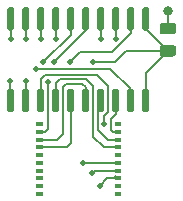
<source format=gbr>
%TF.GenerationSoftware,KiCad,Pcbnew,(5.1.6-0-10_14)*%
%TF.CreationDate,2021-01-18T11:29:05-08:00*%
%TF.ProjectId,lv3273_shield,6c763332-3733-45f7-9368-69656c642e6b,rev?*%
%TF.SameCoordinates,Original*%
%TF.FileFunction,Copper,L1,Top*%
%TF.FilePolarity,Positive*%
%FSLAX46Y46*%
G04 Gerber Fmt 4.6, Leading zero omitted, Abs format (unit mm)*
G04 Created by KiCad (PCBNEW (5.1.6-0-10_14)) date 2021-01-18 11:29:05*
%MOMM*%
%LPD*%
G01*
G04 APERTURE LIST*
%TA.AperFunction,SMDPad,CuDef*%
%ADD10R,0.450000X0.450000*%
%TD*%
%TA.AperFunction,ComponentPad*%
%ADD11C,0.450000*%
%TD*%
%TA.AperFunction,ViaPad*%
%ADD12C,0.500000*%
%TD*%
%TA.AperFunction,ViaPad*%
%ADD13C,0.800000*%
%TD*%
%TA.AperFunction,Conductor*%
%ADD14C,0.152400*%
%TD*%
G04 APERTURE END LIST*
D10*
%TO.P,J1,7*%
%TO.N,Net-(J1-Pad7)*%
X99375000Y-90075000D03*
%TO.P,J1,10*%
%TO.N,Net-(C1-Pad2)*%
X99375000Y-92025000D03*
%TO.P,J1,9*%
%TO.N,Net-(J1-Pad9)*%
X99375000Y-91375000D03*
%TO.P,J1,8*%
%TO.N,Net-(J1-Pad8)*%
X99375000Y-90725000D03*
%TO.P,J1,6*%
%TO.N,Net-(J1-Pad6)*%
X99375000Y-89425000D03*
%TO.P,J1,5*%
%TO.N,Net-(J1-Pad5)*%
X99375000Y-88775000D03*
%TO.P,J1,4*%
%TO.N,Net-(J1-Pad4)*%
X99375000Y-88125000D03*
%TO.P,J1,3*%
%TO.N,Net-(J1-Pad3)*%
X99375000Y-87475000D03*
%TO.P,J1,2*%
%TO.N,Net-(J1-Pad2)*%
X99375000Y-86825000D03*
%TO.P,J1,1*%
%TO.N,GND*%
X99375000Y-86175000D03*
D11*
%TO.P,J1,9*%
%TO.N,Net-(J1-Pad9)*%
X99600000Y-91375000D03*
%TO.P,J1,10*%
%TO.N,Net-(C1-Pad2)*%
X99600000Y-92025000D03*
%TO.P,J1,5*%
%TO.N,Net-(J1-Pad5)*%
X99600000Y-88775000D03*
%TO.P,J1,6*%
%TO.N,Net-(J1-Pad6)*%
X99600000Y-89425000D03*
%TO.P,J1,8*%
%TO.N,Net-(J1-Pad8)*%
X99600000Y-90725000D03*
%TO.P,J1,7*%
%TO.N,Net-(J1-Pad7)*%
X99600000Y-90075000D03*
%TO.P,J1,3*%
%TO.N,Net-(J1-Pad3)*%
X99600000Y-87475000D03*
%TO.P,J1,4*%
%TO.N,Net-(J1-Pad4)*%
X99600000Y-88125000D03*
%TO.P,J1,2*%
%TO.N,Net-(J1-Pad2)*%
X99600000Y-86825000D03*
%TO.P,J1,1*%
%TO.N,GND*%
X99600000Y-86175000D03*
%TD*%
D10*
%TO.P,J2,7*%
%TO.N,Net-(J2-Pad7)*%
X92925000Y-88125000D03*
%TO.P,J2,10*%
%TO.N,Net-(J2-Pad10)*%
X92925000Y-86175000D03*
%TO.P,J2,9*%
%TO.N,Net-(J2-Pad9)*%
X92925000Y-86825000D03*
%TO.P,J2,8*%
%TO.N,Net-(J2-Pad8)*%
X92925000Y-87475000D03*
%TO.P,J2,6*%
%TO.N,Net-(J2-Pad6)*%
X92925000Y-88775000D03*
%TO.P,J2,5*%
%TO.N,Net-(J2-Pad5)*%
X92925000Y-89425000D03*
%TO.P,J2,4*%
%TO.N,Net-(J2-Pad4)*%
X92925000Y-90075000D03*
%TO.P,J2,3*%
%TO.N,Net-(J2-Pad3)*%
X92925000Y-90725000D03*
%TO.P,J2,2*%
%TO.N,Net-(J2-Pad2)*%
X92925000Y-91375000D03*
%TO.P,J2,1*%
%TO.N,Net-(C1-Pad2)*%
X92925000Y-92025000D03*
D11*
%TO.P,J2,9*%
%TO.N,Net-(J2-Pad9)*%
X92700000Y-86825000D03*
%TO.P,J2,10*%
%TO.N,Net-(J2-Pad10)*%
X92700000Y-86175000D03*
%TO.P,J2,5*%
%TO.N,Net-(J2-Pad5)*%
X92700000Y-89425000D03*
%TO.P,J2,6*%
%TO.N,Net-(J2-Pad6)*%
X92700000Y-88775000D03*
%TO.P,J2,8*%
%TO.N,Net-(J2-Pad8)*%
X92700000Y-87475000D03*
%TO.P,J2,7*%
%TO.N,Net-(J2-Pad7)*%
X92700000Y-88125000D03*
%TO.P,J2,3*%
%TO.N,Net-(J2-Pad3)*%
X92700000Y-90725000D03*
%TO.P,J2,4*%
%TO.N,Net-(J2-Pad4)*%
X92700000Y-90075000D03*
%TO.P,J2,2*%
%TO.N,Net-(J2-Pad2)*%
X92700000Y-91375000D03*
%TO.P,J2,1*%
%TO.N,Net-(C1-Pad2)*%
X92700000Y-92025000D03*
%TD*%
%TO.P,U1,20*%
%TO.N,Net-(C1-Pad2)*%
%TA.AperFunction,SMDPad,CuDef*%
G36*
G01*
X101665000Y-83175000D02*
X101965000Y-83175000D01*
G75*
G02*
X102115000Y-83325000I0J-150000D01*
G01*
X102115000Y-85000000D01*
G75*
G02*
X101965000Y-85150000I-150000J0D01*
G01*
X101665000Y-85150000D01*
G75*
G02*
X101515000Y-85000000I0J150000D01*
G01*
X101515000Y-83325000D01*
G75*
G02*
X101665000Y-83175000I150000J0D01*
G01*
G37*
%TD.AperFunction*%
%TO.P,U1,19*%
%TO.N,Net-(J2-Pad9)*%
%TA.AperFunction,SMDPad,CuDef*%
G36*
G01*
X100395000Y-83175000D02*
X100695000Y-83175000D01*
G75*
G02*
X100845000Y-83325000I0J-150000D01*
G01*
X100845000Y-85000000D01*
G75*
G02*
X100695000Y-85150000I-150000J0D01*
G01*
X100395000Y-85150000D01*
G75*
G02*
X100245000Y-85000000I0J150000D01*
G01*
X100245000Y-83325000D01*
G75*
G02*
X100395000Y-83175000I150000J0D01*
G01*
G37*
%TD.AperFunction*%
%TO.P,U1,18*%
%TO.N,Net-(J1-Pad2)*%
%TA.AperFunction,SMDPad,CuDef*%
G36*
G01*
X99125000Y-83175000D02*
X99425000Y-83175000D01*
G75*
G02*
X99575000Y-83325000I0J-150000D01*
G01*
X99575000Y-85000000D01*
G75*
G02*
X99425000Y-85150000I-150000J0D01*
G01*
X99125000Y-85150000D01*
G75*
G02*
X98975000Y-85000000I0J150000D01*
G01*
X98975000Y-83325000D01*
G75*
G02*
X99125000Y-83175000I150000J0D01*
G01*
G37*
%TD.AperFunction*%
%TO.P,U1,17*%
%TO.N,Net-(J1-Pad3)*%
%TA.AperFunction,SMDPad,CuDef*%
G36*
G01*
X97855000Y-83175000D02*
X98155000Y-83175000D01*
G75*
G02*
X98305000Y-83325000I0J-150000D01*
G01*
X98305000Y-85000000D01*
G75*
G02*
X98155000Y-85150000I-150000J0D01*
G01*
X97855000Y-85150000D01*
G75*
G02*
X97705000Y-85000000I0J150000D01*
G01*
X97705000Y-83325000D01*
G75*
G02*
X97855000Y-83175000I150000J0D01*
G01*
G37*
%TD.AperFunction*%
%TO.P,U1,16*%
%TO.N,Net-(J2-Pad8)*%
%TA.AperFunction,SMDPad,CuDef*%
G36*
G01*
X96585000Y-83175000D02*
X96885000Y-83175000D01*
G75*
G02*
X97035000Y-83325000I0J-150000D01*
G01*
X97035000Y-85000000D01*
G75*
G02*
X96885000Y-85150000I-150000J0D01*
G01*
X96585000Y-85150000D01*
G75*
G02*
X96435000Y-85000000I0J150000D01*
G01*
X96435000Y-83325000D01*
G75*
G02*
X96585000Y-83175000I150000J0D01*
G01*
G37*
%TD.AperFunction*%
%TO.P,U1,15*%
%TO.N,Net-(J2-Pad7)*%
%TA.AperFunction,SMDPad,CuDef*%
G36*
G01*
X95315000Y-83175000D02*
X95615000Y-83175000D01*
G75*
G02*
X95765000Y-83325000I0J-150000D01*
G01*
X95765000Y-85000000D01*
G75*
G02*
X95615000Y-85150000I-150000J0D01*
G01*
X95315000Y-85150000D01*
G75*
G02*
X95165000Y-85000000I0J150000D01*
G01*
X95165000Y-83325000D01*
G75*
G02*
X95315000Y-83175000I150000J0D01*
G01*
G37*
%TD.AperFunction*%
%TO.P,U1,14*%
%TO.N,Net-(J1-Pad4)*%
%TA.AperFunction,SMDPad,CuDef*%
G36*
G01*
X94045000Y-83175000D02*
X94345000Y-83175000D01*
G75*
G02*
X94495000Y-83325000I0J-150000D01*
G01*
X94495000Y-85000000D01*
G75*
G02*
X94345000Y-85150000I-150000J0D01*
G01*
X94045000Y-85150000D01*
G75*
G02*
X93895000Y-85000000I0J150000D01*
G01*
X93895000Y-83325000D01*
G75*
G02*
X94045000Y-83175000I150000J0D01*
G01*
G37*
%TD.AperFunction*%
%TO.P,U1,13*%
%TO.N,Net-(J1-Pad5)*%
%TA.AperFunction,SMDPad,CuDef*%
G36*
G01*
X92775000Y-83175000D02*
X93075000Y-83175000D01*
G75*
G02*
X93225000Y-83325000I0J-150000D01*
G01*
X93225000Y-85000000D01*
G75*
G02*
X93075000Y-85150000I-150000J0D01*
G01*
X92775000Y-85150000D01*
G75*
G02*
X92625000Y-85000000I0J150000D01*
G01*
X92625000Y-83325000D01*
G75*
G02*
X92775000Y-83175000I150000J0D01*
G01*
G37*
%TD.AperFunction*%
%TO.P,U1,12*%
%TO.N,Net-(J2-Pad6)*%
%TA.AperFunction,SMDPad,CuDef*%
G36*
G01*
X91505000Y-83175000D02*
X91805000Y-83175000D01*
G75*
G02*
X91955000Y-83325000I0J-150000D01*
G01*
X91955000Y-85000000D01*
G75*
G02*
X91805000Y-85150000I-150000J0D01*
G01*
X91505000Y-85150000D01*
G75*
G02*
X91355000Y-85000000I0J150000D01*
G01*
X91355000Y-83325000D01*
G75*
G02*
X91505000Y-83175000I150000J0D01*
G01*
G37*
%TD.AperFunction*%
%TO.P,U1,11*%
%TO.N,Net-(J2-Pad10)*%
%TA.AperFunction,SMDPad,CuDef*%
G36*
G01*
X90235000Y-83175000D02*
X90535000Y-83175000D01*
G75*
G02*
X90685000Y-83325000I0J-150000D01*
G01*
X90685000Y-85000000D01*
G75*
G02*
X90535000Y-85150000I-150000J0D01*
G01*
X90235000Y-85150000D01*
G75*
G02*
X90085000Y-85000000I0J150000D01*
G01*
X90085000Y-83325000D01*
G75*
G02*
X90235000Y-83175000I150000J0D01*
G01*
G37*
%TD.AperFunction*%
%TO.P,U1,10*%
%TO.N,GND*%
%TA.AperFunction,SMDPad,CuDef*%
G36*
G01*
X90235000Y-76250000D02*
X90535000Y-76250000D01*
G75*
G02*
X90685000Y-76400000I0J-150000D01*
G01*
X90685000Y-78075000D01*
G75*
G02*
X90535000Y-78225000I-150000J0D01*
G01*
X90235000Y-78225000D01*
G75*
G02*
X90085000Y-78075000I0J150000D01*
G01*
X90085000Y-76400000D01*
G75*
G02*
X90235000Y-76250000I150000J0D01*
G01*
G37*
%TD.AperFunction*%
%TO.P,U1,9*%
%TO.N,Net-(J2-Pad5)*%
%TA.AperFunction,SMDPad,CuDef*%
G36*
G01*
X91505000Y-76250000D02*
X91805000Y-76250000D01*
G75*
G02*
X91955000Y-76400000I0J-150000D01*
G01*
X91955000Y-78075000D01*
G75*
G02*
X91805000Y-78225000I-150000J0D01*
G01*
X91505000Y-78225000D01*
G75*
G02*
X91355000Y-78075000I0J150000D01*
G01*
X91355000Y-76400000D01*
G75*
G02*
X91505000Y-76250000I150000J0D01*
G01*
G37*
%TD.AperFunction*%
%TO.P,U1,8*%
%TO.N,Net-(J1-Pad6)*%
%TA.AperFunction,SMDPad,CuDef*%
G36*
G01*
X92775000Y-76250000D02*
X93075000Y-76250000D01*
G75*
G02*
X93225000Y-76400000I0J-150000D01*
G01*
X93225000Y-78075000D01*
G75*
G02*
X93075000Y-78225000I-150000J0D01*
G01*
X92775000Y-78225000D01*
G75*
G02*
X92625000Y-78075000I0J150000D01*
G01*
X92625000Y-76400000D01*
G75*
G02*
X92775000Y-76250000I150000J0D01*
G01*
G37*
%TD.AperFunction*%
%TO.P,U1,7*%
%TO.N,Net-(J1-Pad7)*%
%TA.AperFunction,SMDPad,CuDef*%
G36*
G01*
X94045000Y-76250000D02*
X94345000Y-76250000D01*
G75*
G02*
X94495000Y-76400000I0J-150000D01*
G01*
X94495000Y-78075000D01*
G75*
G02*
X94345000Y-78225000I-150000J0D01*
G01*
X94045000Y-78225000D01*
G75*
G02*
X93895000Y-78075000I0J150000D01*
G01*
X93895000Y-76400000D01*
G75*
G02*
X94045000Y-76250000I150000J0D01*
G01*
G37*
%TD.AperFunction*%
%TO.P,U1,6*%
%TO.N,Net-(J2-Pad4)*%
%TA.AperFunction,SMDPad,CuDef*%
G36*
G01*
X95315000Y-76250000D02*
X95615000Y-76250000D01*
G75*
G02*
X95765000Y-76400000I0J-150000D01*
G01*
X95765000Y-78075000D01*
G75*
G02*
X95615000Y-78225000I-150000J0D01*
G01*
X95315000Y-78225000D01*
G75*
G02*
X95165000Y-78075000I0J150000D01*
G01*
X95165000Y-76400000D01*
G75*
G02*
X95315000Y-76250000I150000J0D01*
G01*
G37*
%TD.AperFunction*%
%TO.P,U1,5*%
%TO.N,Net-(J2-Pad3)*%
%TA.AperFunction,SMDPad,CuDef*%
G36*
G01*
X96585000Y-76250000D02*
X96885000Y-76250000D01*
G75*
G02*
X97035000Y-76400000I0J-150000D01*
G01*
X97035000Y-78075000D01*
G75*
G02*
X96885000Y-78225000I-150000J0D01*
G01*
X96585000Y-78225000D01*
G75*
G02*
X96435000Y-78075000I0J150000D01*
G01*
X96435000Y-76400000D01*
G75*
G02*
X96585000Y-76250000I150000J0D01*
G01*
G37*
%TD.AperFunction*%
%TO.P,U1,4*%
%TO.N,Net-(J1-Pad8)*%
%TA.AperFunction,SMDPad,CuDef*%
G36*
G01*
X97855000Y-76250000D02*
X98155000Y-76250000D01*
G75*
G02*
X98305000Y-76400000I0J-150000D01*
G01*
X98305000Y-78075000D01*
G75*
G02*
X98155000Y-78225000I-150000J0D01*
G01*
X97855000Y-78225000D01*
G75*
G02*
X97705000Y-78075000I0J150000D01*
G01*
X97705000Y-76400000D01*
G75*
G02*
X97855000Y-76250000I150000J0D01*
G01*
G37*
%TD.AperFunction*%
%TO.P,U1,3*%
%TO.N,Net-(J1-Pad9)*%
%TA.AperFunction,SMDPad,CuDef*%
G36*
G01*
X99125000Y-76250000D02*
X99425000Y-76250000D01*
G75*
G02*
X99575000Y-76400000I0J-150000D01*
G01*
X99575000Y-78075000D01*
G75*
G02*
X99425000Y-78225000I-150000J0D01*
G01*
X99125000Y-78225000D01*
G75*
G02*
X98975000Y-78075000I0J150000D01*
G01*
X98975000Y-76400000D01*
G75*
G02*
X99125000Y-76250000I150000J0D01*
G01*
G37*
%TD.AperFunction*%
%TO.P,U1,2*%
%TO.N,Net-(J2-Pad2)*%
%TA.AperFunction,SMDPad,CuDef*%
G36*
G01*
X100395000Y-76250000D02*
X100695000Y-76250000D01*
G75*
G02*
X100845000Y-76400000I0J-150000D01*
G01*
X100845000Y-78075000D01*
G75*
G02*
X100695000Y-78225000I-150000J0D01*
G01*
X100395000Y-78225000D01*
G75*
G02*
X100245000Y-78075000I0J150000D01*
G01*
X100245000Y-76400000D01*
G75*
G02*
X100395000Y-76250000I150000J0D01*
G01*
G37*
%TD.AperFunction*%
%TO.P,U1,1*%
%TO.N,Net-(C1-Pad2)*%
%TA.AperFunction,SMDPad,CuDef*%
G36*
G01*
X101665000Y-76250000D02*
X101965000Y-76250000D01*
G75*
G02*
X102115000Y-76400000I0J-150000D01*
G01*
X102115000Y-78075000D01*
G75*
G02*
X101965000Y-78225000I-150000J0D01*
G01*
X101665000Y-78225000D01*
G75*
G02*
X101515000Y-78075000I0J150000D01*
G01*
X101515000Y-76400000D01*
G75*
G02*
X101665000Y-76250000I150000J0D01*
G01*
G37*
%TD.AperFunction*%
%TD*%
%TO.P,C1,2*%
%TO.N,Net-(C1-Pad2)*%
%TA.AperFunction,SMDPad,CuDef*%
G36*
G01*
X103243750Y-79450000D02*
X104156250Y-79450000D01*
G75*
G02*
X104400000Y-79693750I0J-243750D01*
G01*
X104400000Y-80181250D01*
G75*
G02*
X104156250Y-80425000I-243750J0D01*
G01*
X103243750Y-80425000D01*
G75*
G02*
X103000000Y-80181250I0J243750D01*
G01*
X103000000Y-79693750D01*
G75*
G02*
X103243750Y-79450000I243750J0D01*
G01*
G37*
%TD.AperFunction*%
%TO.P,C1,1*%
%TO.N,GND*%
%TA.AperFunction,SMDPad,CuDef*%
G36*
G01*
X103243750Y-77575000D02*
X104156250Y-77575000D01*
G75*
G02*
X104400000Y-77818750I0J-243750D01*
G01*
X104400000Y-78306250D01*
G75*
G02*
X104156250Y-78550000I-243750J0D01*
G01*
X103243750Y-78550000D01*
G75*
G02*
X103000000Y-78306250I0J243750D01*
G01*
X103000000Y-77818750D01*
G75*
G02*
X103243750Y-77575000I243750J0D01*
G01*
G37*
%TD.AperFunction*%
%TD*%
D12*
%TO.N,Net-(C1-Pad2)*%
X97350000Y-80850000D03*
D13*
%TO.N,GND*%
X103700000Y-76600000D03*
D12*
X90385000Y-78950000D03*
%TO.N,Net-(J1-Pad9)*%
X99300000Y-78900000D03*
%TO.N,Net-(J1-Pad8)*%
X97950000Y-91350000D03*
X98000000Y-78900000D03*
%TO.N,Net-(J1-Pad7)*%
X97250000Y-90300000D03*
X94200000Y-78900000D03*
%TO.N,Net-(J1-Pad6)*%
X96550000Y-89400000D03*
X92950000Y-78900000D03*
%TO.N,Net-(J1-Pad5)*%
X98326200Y-86150000D03*
%TO.N,Net-(J2-Pad9)*%
X93553407Y-82552411D03*
X92550000Y-81450000D03*
%TO.N,Net-(J2-Pad6)*%
X91700000Y-82500000D03*
%TO.N,Net-(J2-Pad5)*%
X91650000Y-78950000D03*
%TO.N,Net-(J2-Pad4)*%
X93150000Y-80900000D03*
%TO.N,Net-(J2-Pad3)*%
X94050000Y-80900000D03*
%TO.N,Net-(J2-Pad2)*%
X95400000Y-80900000D03*
%TO.N,Net-(J2-Pad10)*%
X90350000Y-82500000D03*
%TD*%
D14*
%TO.N,Net-(C1-Pad2)*%
X101815000Y-78052500D02*
X103700000Y-79937500D01*
X101815000Y-77237500D02*
X101815000Y-78052500D01*
X101815000Y-81822500D02*
X103700000Y-79937500D01*
X101815000Y-84162500D02*
X101815000Y-81822500D01*
X100162500Y-79937500D02*
X103700000Y-79937500D01*
X99250000Y-80850000D02*
X100162500Y-79937500D01*
X97350000Y-80850000D02*
X99250000Y-80850000D01*
%TO.N,GND*%
X103700000Y-78062500D02*
X103700000Y-76600000D01*
X90385000Y-77237500D02*
X90385000Y-78950000D01*
X90385000Y-78950000D02*
X90385000Y-78950000D01*
%TO.N,Net-(J1-Pad9)*%
X99300000Y-77262500D02*
X99275000Y-77237500D01*
X99300000Y-78900000D02*
X99300000Y-77262500D01*
%TO.N,Net-(J1-Pad8)*%
X99226201Y-90576201D02*
X99298790Y-90648790D01*
X98575000Y-90725000D02*
X97950000Y-91350000D01*
X99375000Y-90725000D02*
X98575000Y-90725000D01*
X98000000Y-77242500D02*
X98005000Y-77237500D01*
X98000000Y-78900000D02*
X98000000Y-77242500D01*
%TO.N,Net-(J1-Pad7)*%
X97475000Y-90075000D02*
X97250000Y-90300000D01*
X99375000Y-90075000D02*
X97475000Y-90075000D01*
X94200000Y-77242500D02*
X94195000Y-77237500D01*
X94200000Y-78900000D02*
X94200000Y-77242500D01*
%TO.N,Net-(J1-Pad6)*%
X96575000Y-89425000D02*
X96550000Y-89400000D01*
X99375000Y-89425000D02*
X96575000Y-89425000D01*
X92950000Y-77262500D02*
X92925000Y-77237500D01*
X92950000Y-78900000D02*
X92950000Y-77262500D01*
%TO.N,Net-(J1-Pad5)*%
X98650000Y-82950000D02*
X98650000Y-85157221D01*
X98650000Y-85157221D02*
X98326200Y-85481021D01*
X97673799Y-81973799D02*
X98650000Y-82950000D01*
X92925000Y-84162500D02*
X92925000Y-82348624D01*
X93802577Y-81976201D02*
X93804979Y-81973799D01*
X93297423Y-81976201D02*
X93802577Y-81976201D01*
X98326200Y-85481021D02*
X98326200Y-86150000D01*
X93804979Y-81973799D02*
X97673799Y-81973799D01*
X92925000Y-82348624D02*
X93297423Y-81976201D01*
%TO.N,Net-(J1-Pad4)*%
X94195000Y-83226283D02*
X94195000Y-84162500D01*
X97375000Y-87200000D02*
X98300000Y-88125000D01*
X98300000Y-88125000D02*
X99375000Y-88125000D01*
X97375000Y-82925000D02*
X97375000Y-87200000D01*
X94195000Y-84162500D02*
X94195000Y-82705000D01*
X96800000Y-82350000D02*
X97375000Y-82925000D01*
X94550000Y-82350000D02*
X96800000Y-82350000D01*
X94195000Y-82705000D02*
X94550000Y-82350000D01*
%TO.N,Net-(J1-Pad3)*%
X98625000Y-87475000D02*
X99375000Y-87475000D01*
X97800000Y-86650000D02*
X98625000Y-87475000D01*
X97800000Y-84367500D02*
X97800000Y-86650000D01*
X98005000Y-84162500D02*
X97800000Y-84367500D01*
%TO.N,Net-(J1-Pad2)*%
X99077838Y-86825000D02*
X99298790Y-86825000D01*
X98873799Y-85726201D02*
X98873799Y-86620961D01*
X98873799Y-86620961D02*
X99077838Y-86825000D01*
X99275000Y-85325000D02*
X98873799Y-85726201D01*
X99275000Y-84162500D02*
X99275000Y-85325000D01*
%TO.N,Net-(J2-Pad9)*%
X93302400Y-86825000D02*
X93553407Y-86573993D01*
X92925000Y-86825000D02*
X93302400Y-86825000D01*
X93553407Y-86573993D02*
X93553407Y-82552411D01*
X98820000Y-81450000D02*
X92550000Y-81450000D01*
X100545000Y-83175000D02*
X98820000Y-81450000D01*
X100545000Y-84162500D02*
X100545000Y-83175000D01*
%TO.N,Net-(J2-Pad8)*%
X94300000Y-87475000D02*
X93001210Y-87475000D01*
X94825000Y-83000000D02*
X94825000Y-86950000D01*
X94825000Y-86950000D02*
X94300000Y-87475000D01*
X96450000Y-82725000D02*
X95100000Y-82725000D01*
X96735000Y-83010000D02*
X96450000Y-82725000D01*
X95100000Y-82725000D02*
X94825000Y-83000000D01*
X96735000Y-84162500D02*
X96735000Y-83010000D01*
%TO.N,Net-(J2-Pad7)*%
X95125000Y-88125000D02*
X92925000Y-88125000D01*
X95465000Y-87785000D02*
X95125000Y-88125000D01*
X95465000Y-84162500D02*
X95465000Y-87785000D01*
%TO.N,Net-(J2-Pad6)*%
X91700000Y-84117500D02*
X91655000Y-84162500D01*
X91700000Y-82500000D02*
X91700000Y-84117500D01*
%TO.N,Net-(J2-Pad5)*%
X91650000Y-77242500D02*
X91655000Y-77237500D01*
X91650000Y-78950000D02*
X91650000Y-77242500D01*
%TO.N,Net-(J2-Pad4)*%
X95465000Y-78585000D02*
X93150000Y-80900000D01*
X95465000Y-77237500D02*
X95465000Y-78585000D01*
%TO.N,Net-(J2-Pad3)*%
X96735000Y-78215000D02*
X94050000Y-80900000D01*
X96735000Y-77237500D02*
X96735000Y-78215000D01*
%TO.N,Net-(J2-Pad2)*%
X100545000Y-78433778D02*
X100545000Y-77237500D01*
X98978778Y-80000000D02*
X100545000Y-78433778D01*
X96300000Y-80000000D02*
X98978778Y-80000000D01*
X95400000Y-80900000D02*
X96300000Y-80000000D01*
%TO.N,Net-(J2-Pad10)*%
X90350000Y-84127500D02*
X90385000Y-84162500D01*
X90350000Y-82700000D02*
X90350000Y-84127500D01*
X90350000Y-82700000D02*
X90350000Y-82500000D01*
%TD*%
M02*

</source>
